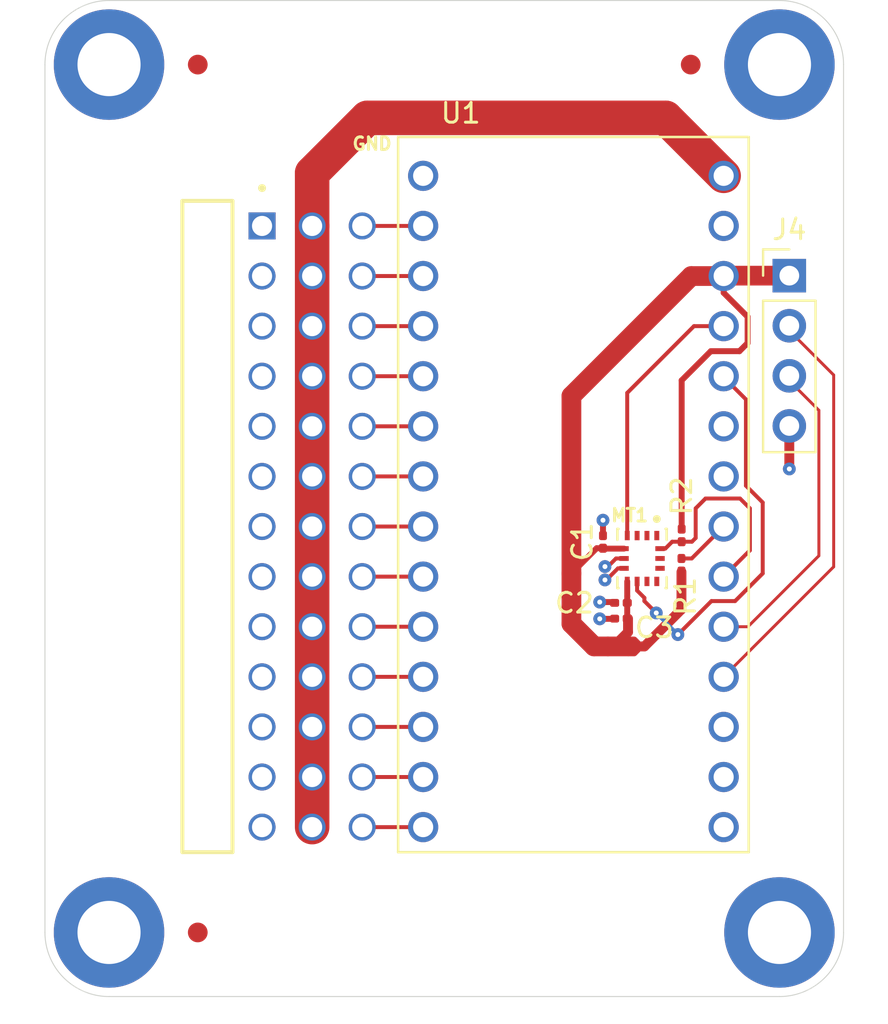
<source format=kicad_pcb>
(kicad_pcb (version 20240108) (generator "pcbnew") (generator_version "8.0")
  (layers (0 "F.Cu" signal) (31 "B.Cu" signal) (34 "B.Paste" user) (35 "F.Paste" user) (36 "B.SilkS" user "B.Silkscreen") (37 "F.SilkS" user "F.Silkscreen") (38 "B.Mask" user) (39 "F.Mask" user) (44 "Edge.Cuts" user))
  (net 0 "")
  (net 1 "+3V3")
  (net 2 "Earth")
  (net 3 "/UART RX{slash}I2C SCL")
  (net 4 "/UART TX{slash}I2C SDA")
  (net 5 "/IMU_SCL")
  (net 6 "/IMU_SDA")
  (net 7 "Net-(J1-Pad24)")
  (net 8 "/+5V")
  (net 9 "Net-(J1-Pad33)")
  (net 10 "Net-(J1-Pad12)")
  (net 11 "Net-(J1-Pad36)")
  (net 12 "Net-(J1-Pad18)")
  (net 13 "Net-(J1-Pad03)")
  (net 14 "Net-(J1-Pad15)")
  (net 15 "Net-(J1-Pad01)")
  (net 16 "Net-(J1-Pad09)")
  (net 17 "Net-(J1-Pad30)")
  (net 18 "INT2")
  (net 21 "Net-(J1-Pad39)")
  (net 22 "Net-(J1-Pad27)")
  (net 23 "Net-(J1-Pad06)")
  (net 24 "Net-(J1-Pad21)")
  (net 26 "INT1")
  (footprint "MountingHole:MountingHole_3.2mm_M3_DIN965_Pad" (layer "F.Cu") (at 159 103)
    (property "Reference" "H2" (hide yes))
    (property "Value" "Mounting Hole")
    (pad "1" thru_hole circle (at 0 0) (size 5.6 5.6) (drill 3.2) (layers "*.Cu" "*.Mask") (net 2 "Earth"))
  )
  (footprint "Fiducial:Fiducial_1mm_Mask2mm" (layer "F.Cu") (at 129.5 103)
    (property "Reference" "FID3" (hide yes))
    (property "Value" "Fiducial")
    (pad "" smd circle (at 0 0) (size 1 1) (layers "F.Cu" "F.Mask") (clearance 0.5))
  )
  (footprint "Teensy 4.0:MODULE_DEV-15583" (layer "F.Cu") (at 148.55 125.15)
    (property "Reference" "U1" (at -5.715 -19.685 0) (layer "F.SilkS"))
    (property "Value" "DEV-15583")
    (fp_line (start -8.89 -18.48) (end 8.89 -18.48) (stroke (width 0.127)) (layer "F.SilkS"))
    (fp_line (start -8.89 17.78) (end -8.89 -18.48) (stroke (width 0.127)) (layer "F.SilkS"))
    (fp_line (start 8.89 -18.48) (end 8.89 17.78) (stroke (width 0.127)) (layer "F.SilkS"))
    (fp_line (start 8.89 17.78) (end -8.89 17.78) (stroke (width 0.127)) (layer "F.SilkS"))
    (fp_text user "GND" (at -10.2108 -18.1356 0) (layer "F.SilkS") (effects (font (size 0.64 0.64))))
    (pad "0" thru_hole circle (at -7.62 -13.97) (size 1.53 1.53) (drill 1.02) (layers "*.Cu" "*.Mask") (net 13 "Net-(J1-Pad03)"))
    (pad "1" thru_hole circle (at -7.62 -11.43) (size 1.53 1.53) (drill 1.02) (layers "*.Cu" "*.Mask") (net 23 "Net-(J1-Pad06)"))
    (pad "2" thru_hole circle (at -7.62 -8.89) (size 1.53 1.53) (drill 1.02) (layers "*.Cu" "*.Mask") (net 16 "Net-(J1-Pad09)"))
    (pad "3" thru_hole circle (at -7.62 -6.35) (size 1.53 1.53) (drill 1.02) (layers "*.Cu" "*.Mask") (net 10 "Net-(J1-Pad12)"))
    (pad "3v3" thru_hole circle (at 7.62 -11.43) (size 1.53 1.53) (drill 1.02) (layers "*.Cu" "*.Mask") (net 1 "+3V3"))
    (pad "4" thru_hole circle (at -7.62 -3.81) (size 1.53 1.53) (drill 1.02) (layers "*.Cu" "*.Mask") (net 14 "Net-(J1-Pad15)"))
    (pad "5" thru_hole circle (at -7.62 -1.27) (size 1.53 1.53) (drill 1.02) (layers "*.Cu" "*.Mask") (net 12 "Net-(J1-Pad18)"))
    (pad "6" thru_hole circle (at -7.62 1.27) (size 1.53 1.53) (drill 1.02) (layers "*.Cu" "*.Mask") (net 24 "Net-(J1-Pad21)"))
    (pad "7" thru_hole circle (at -7.62 3.81) (size 1.53 1.53) (drill 1.02) (layers "*.Cu" "*.Mask") (net 7 "Net-(J1-Pad24)"))
    (pad "8" thru_hole circle (at -7.62 6.35) (size 1.53 1.53) (drill 1.02) (layers "*.Cu" "*.Mask") (net 22 "Net-(J1-Pad27)"))
    (pad "9" thru_hole circle (at -7.62 8.89) (size 1.53 1.53) (drill 1.02) (layers "*.Cu" "*.Mask") (net 17 "Net-(J1-Pad30)"))
    (pad "10" thru_hole circle (at -7.62 11.43) (size 1.53 1.53) (drill 1.02) (layers "*.Cu" "*.Mask") (net 9 "Net-(J1-Pad33)"))
    (pad "11" thru_hole circle (at -7.62 13.97) (size 1.53 1.53) (drill 1.02) (layers "*.Cu" "*.Mask") (net 11 "Net-(J1-Pad36)"))
    (pad "12" thru_hole circle (at -7.62 16.51) (size 1.53 1.53) (drill 1.02) (layers "*.Cu" "*.Mask") (net 21 "Net-(J1-Pad39)"))
    (pad "13" thru_hole circle (at 7.62 16.51) (size 1.53 1.53) (drill 1.02) (layers "*.Cu" "*.Mask"))
    (pad "14" thru_hole circle (at 7.62 13.97) (size 1.53 1.53) (drill 1.02) (layers "*.Cu" "*.Mask"))
    (pad "15" thru_hole circle (at 7.62 11.43) (size 1.53 1.53) (drill 1.02) (layers "*.Cu" "*.Mask"))
    (pad "16" thru_hole circle (at 7.62 8.89) (size 1.53 1.53) (drill 1.02) (layers "*.Cu" "*.Mask") (net 3 "/UART RX{slash}I2C SCL"))
    (pad "17" thru_hole circle (at 7.62 6.35) (size 1.53 1.53) (drill 1.02) (layers "*.Cu" "*.Mask") (net 4 "/UART TX{slash}I2C SDA"))
    (pad "18" thru_hole circle (at 7.62 3.81) (size 1.53 1.53) (drill 1.02) (layers "*.Cu" "*.Mask") (net 6 "/IMU_SDA"))
    (pad "19" thru_hole circle (at 7.62 1.27) (size 1.53 1.53) (drill 1.02) (layers "*.Cu" "*.Mask") (net 5 "/IMU_SCL"))
    (pad "20" thru_hole circle (at 7.62 -1.27) (size 1.53 1.53) (drill 1.02) (layers "*.Cu" "*.Mask"))
    (pad "21" thru_hole circle (at 7.62 -3.81) (size 1.53 1.53) (drill 1.02) (layers "*.Cu" "*.Mask"))
    (pad "22" thru_hole circle (at 7.62 -6.35) (size 1.53 1.53) (drill 1.02) (layers "*.Cu" "*.Mask") (net 18 "INT2"))
    (pad "23" thru_hole circle (at 7.62 -8.89) (size 1.53 1.53) (drill 1.02) (layers "*.Cu" "*.Mask") (net 26 "INT1"))
    (pad "G1" thru_hole circle (at -7.62 -16.51) (size 1.53 1.53) (drill 1.02) (layers "*.Cu" "*.Mask") (net 15 "Net-(J1-Pad01)"))
    (pad "G3" thru_hole circle (at 7.62 -13.97) (size 1.53 1.53) (drill 1.02) (layers "*.Cu" "*.Mask") (net 2 "Earth"))
    (pad "VIN" thru_hole circle (at 7.62 -16.51) (size 1.53 1.53) (drill 1.02) (layers "*.Cu" "*.Mask") (net 8 "/+5V"))
  )
  (footprint "Capacitor_SMD:C_0201_0603Metric" (layer "F.Cu") (at 150.96 131.09 180)
    (property "Reference" "C3" (at -1.69 -0.46 180) (layer "F.SilkS"))
    (property "Value" "2u2")
    (pad "1" smd roundrect (at -0.32 0 180) (size 0.46 0.4) (layers "F.Cu" "F.Mask") (net 1 "+3V3"))
    (pad "2" smd roundrect (at 0.32 0 180) (size 0.46 0.4) (layers "F.Cu" "F.Mask") (net 2 "Earth"))
  )
  (footprint "Fiducial:Fiducial_1mm_Mask2mm" (layer "F.Cu") (at 154.5 103)
    (property "Reference" "FID2" (hide yes))
    (property "Value" "Fiducial")
    (pad "" smd circle (at 0 0) (size 1 1) (layers "F.Cu" "F.Mask") (clearance 0.5))
  )
  (footprint "MountingHole:MountingHole_3.2mm_M3_DIN965_Pad" (layer "F.Cu") (at 159 147)
    (property "Reference" "H3" (hide yes))
    (property "Value" "Mounting Hole")
    (pad "1" thru_hole circle (at 0 0) (size 5.6 5.6) (drill 3.2) (layers "*.Cu" "*.Mask") (net 2 "Earth"))
  )
  (footprint "Fiducial:Fiducial_1mm_Mask2mm" (layer "F.Cu") (at 129.5 147)
    (property "Reference" "FID1" (hide yes))
    (property "Value" "Fiducial")
    (pad "" smd circle (at 0 0) (size 1 1) (layers "F.Cu" "F.Mask") (clearance 0.5))
  )
  (footprint "SAMTEC_TSW-113-08-T-T-RA:SAMTEC_TSW-113-08-T-T-RA" (layer "F.Cu") (at 129.99 126.42 -90)
    (property "Reference" "J1" (hide yes))
    (property "Value" "TSW-113-08-T-T-RA")
    (fp_line (start -16.51 1.27) (end -16.51 -1.27) (stroke (width 0.2)) (layer "F.SilkS"))
    (fp_line (start 16.51 1.27) (end -16.51 1.27) (stroke (width 0.2)) (layer "F.SilkS"))
    (fp_line (start 16.51 -1.27) (end 16.51 1.27) (stroke (width 0.2)) (layer "F.SilkS"))
    (fp_line (start 16.51 -1.27) (end -16.51 -1.27) (stroke (width 0.2)) (layer "F.SilkS"))
    (fp_circle (center -17.16 -2.77) (end -17.06 -2.77) (stroke (width 0.2)) (fill none) (layer "F.SilkS"))
    (pad "01" thru_hole rect (at -15.24 -2.77 270) (size 1.37 1.37) (drill 1.02) (layers "*.Cu" "*.Mask") (net 15 "Net-(J1-Pad01)"))
    (pad "02" thru_hole circle (at -15.24 -5.31 270) (size 1.37 1.37) (drill 1.02) (layers "*.Cu" "*.Mask") (net 8 "/+5V"))
    (pad "03" thru_hole circle (at -15.24 -7.85 270) (size 1.37 1.37) (drill 1.02) (layers "*.Cu" "*.Mask") (net 13 "Net-(J1-Pad03)"))
    (pad "04" thru_hole circle (at -12.7 -2.77 270) (size 1.37 1.37) (drill 1.02) (layers "*.Cu" "*.Mask") (net 15 "Net-(J1-Pad01)"))
    (pad "05" thru_hole circle (at -12.7 -5.31 270) (size 1.37 1.37) (drill 1.02) (layers "*.Cu" "*.Mask") (net 8 "/+5V"))
    (pad "06" thru_hole circle (at -12.7 -7.85 270) (size 1.37 1.37) (drill 1.02) (layers "*.Cu" "*.Mask") (net 23 "Net-(J1-Pad06)"))
    (pad "07" thru_hole circle (at -10.16 -2.77 270) (size 1.37 1.37) (drill 1.02) (layers "*.Cu" "*.Mask") (net 15 "Net-(J1-Pad01)"))
    (pad "08" thru_hole circle (at -10.16 -5.31 270) (size 1.37 1.37) (drill 1.02) (layers "*.Cu" "*.Mask") (net 8 "/+5V"))
    (pad "09" thru_hole circle (at -10.16 -7.85 270) (size 1.37 1.37) (drill 1.02) (layers "*.Cu" "*.Mask") (net 16 "Net-(J1-Pad09)"))
    (pad "10" thru_hole circle (at -7.62 -2.77 270) (size 1.37 1.37) (drill 1.02) (layers "*.Cu" "*.Mask") (net 15 "Net-(J1-Pad01)"))
    (pad "11" thru_hole circle (at -7.62 -5.31 270) (size 1.37 1.37) (drill 1.02) (layers "*.Cu" "*.Mask") (net 8 "/+5V"))
    (pad "12" thru_hole circle (at -7.62 -7.85 270) (size 1.37 1.37) (drill 1.02) (layers "*.Cu" "*.Mask") (net 10 "Net-(J1-Pad12)"))
    (pad "13" thru_hole circle (at -5.08 -2.77 270) (size 1.37 1.37) (drill 1.02) (layers "*.Cu" "*.Mask") (net 15 "Net-(J1-Pad01)"))
    (pad "14" thru_hole circle (at -5.08 -5.31 270) (size 1.37 1.37) (drill 1.02) (layers "*.Cu" "*.Mask") (net 8 "/+5V"))
    (pad "15" thru_hole circle (at -5.08 -7.85 270) (size 1.37 1.37) (drill 1.02) (layers "*.Cu" "*.Mask") (net 14 "Net-(J1-Pad15)"))
    (pad "16" thru_hole circle (at -2.54 -2.77 270) (size 1.37 1.37) (drill 1.02) (layers "*.Cu" "*.Mask") (net 15 "Net-(J1-Pad01)"))
    (pad "17" thru_hole circle (at -2.54 -5.31 270) (size 1.37 1.37) (drill 1.02) (layers "*.Cu" "*.Mask") (net 8 "/+5V"))
    (pad "18" thru_hole circle (at -2.54 -7.85 270) (size 1.37 1.37) (drill 1.02) (layers "*.Cu" "*.Mask") (net 12 "Net-(J1-Pad18)"))
    (pad "19" thru_hole circle (at 0 -2.77 270) (size 1.37 1.37) (drill 1.02) (layers "*.Cu" "*.Mask") (net 15 "Net-(J1-Pad01)"))
    (pad "20" thru_hole circle (at 0 -5.31 270) (size 1.37 1.37) (drill 1.02) (layers "*.Cu" "*.Mask") (net 8 "/+5V"))
    (pad "21" thru_hole circle (at 0 -7.85 270) (size 1.37 1.37) (drill 1.02) (layers "*.Cu" "*.Mask") (net 24 "Net-(J1-Pad21)"))
    (pad "22" thru_hole circle (at 2.54 -2.77 270) (size 1.37 1.37) (drill 1.02) (layers "*.Cu" "*.Mask") (net 15 "Net-(J1-Pad01)"))
    (pad "23" thru_hole circle (at 2.54 -5.31 270) (size 1.37 1.37) (drill 1.02) (layers "*.Cu" "*.Mask") (net 8 "/+5V"))
    (pad "24" thru_hole circle (at 2.54 -7.85 270) (size 1.37 1.37) (drill 1.02) (layers "*.Cu" "*.Mask") (net 7 "Net-(J1-Pad24)"))
    (pad "25" thru_hole circle (at 5.08 -2.77 270) (size 1.37 1.37) (drill 1.02) (layers "*.Cu" "*.Mask") (net 15 "Net-(J1-Pad01)"))
    (pad "26" thru_hole circle (at 5.08 -5.31 270) (size 1.37 1.37) (drill 1.02) (layers "*.Cu" "*.Mask") (net 8 "/+5V"))
    (pad "27" thru_hole circle (at 5.08 -7.85 270) (size 1.37 1.37) (drill 1.02) (layers "*.Cu" "*.Mask") (net 22 "Net-(J1-Pad27)"))
    (pad "28" thru_hole circle (at 7.62 -2.77 270) (size 1.37 1.37) (drill 1.02) (layers "*.Cu" "*.Mask") (net 15 "Net-(J1-Pad01)"))
    (pad "29" thru_hole circle (at 7.62 -5.31 270) (size 1.37 1.37) (drill 1.02) (layers "*.Cu" "*.Mask") (net 8 "/+5V"))
    (pad "30" thru_hole circle (at 7.62 -7.85 270) (size 1.37 1.37) (drill 1.02) (layers "*.Cu" "*.Mask") (net 17 "Net-(J1-Pad30)"))
    (pad "31" thru_hole circle (at 10.16 -2.77 270) (size 1.37 1.37) (drill 1.02) (layers "*.Cu" "*.Mask") (net 15 "Net-(J1-Pad01)"))
    (pad "32" thru_hole circle (at 10.16 -5.31 270) (size 1.37 1.37) (drill 1.02) (layers "*.Cu" "*.Mask") (net 8 "/+5V"))
    (pad "33" thru_hole circle (at 10.16 -7.85 270) (size 1.37 1.37) (drill 1.02) (layers "*.Cu" "*.Mask") (net 9 "Net-(J1-Pad33)"))
    (pad "34" thru_hole circle (at 12.7 -2.77 270) (size 1.37 1.37) (drill 1.02) (layers "*.Cu" "*.Mask") (net 15 "Net-(J1-Pad01)"))
    (pad "35" thru_hole circle (at 12.7 -5.31 270) (size 1.37 1.37) (drill 1.02) (layers "*.Cu" "*.Mask") (net 8 "/+5V"))
    (pad "36" thru_hole circle (at 12.7 -7.85 270) (size 1.37 1.37) (drill 1.02) (layers "*.Cu" "*.Mask") (net 11 "Net-(J1-Pad36)"))
    (pad "37" thru_hole circle (at 15.24 -2.77 270) (size 1.37 1.37) (drill 1.02) (layers "*.Cu" "*.Mask") (net 15 "Net-(J1-Pad01)"))
    (pad "38" thru_hole circle (at 15.24 -5.31 270) (size 1.37 1.37) (drill 1.02) (layers "*.Cu" "*.Mask") (net 8 "/+5V"))
    (pad "39" thru_hole circle (at 15.24 -7.85 270) (size 1.37 1.37) (drill 1.02) (layers "*.Cu" "*.Mask") (net 21 "Net-(J1-Pad39)"))
  )
  (footprint "Connector_PinHeader_2.54mm:PinHeader_1x04_P2.54mm_Vertical" (layer "F.Cu") (at 159.5 113.7)
    (property "Reference" "J4" (at 0 -2.33 0) (layer "F.SilkS"))
    (property "Value" "Conn_01x04")
    (fp_line (start -1.33 -1.33) (end 0 -1.33) (stroke (width 0.12)) (layer "F.SilkS"))
    (fp_line (start -1.33 0) (end -1.33 -1.33) (stroke (width 0.12)) (layer "F.SilkS"))
    (fp_line (start -1.33 1.27) (end -1.33 8.95) (stroke (width 0.12)) (layer "F.SilkS"))
    (fp_line (start -1.33 1.27) (end 1.33 1.27) (stroke (width 0.12)) (layer "F.SilkS"))
    (fp_line (start -1.33 8.95) (end 1.33 8.95) (stroke (width 0.12)) (layer "F.SilkS"))
    (fp_line (start 1.33 1.27) (end 1.33 8.95) (stroke (width 0.12)) (layer "F.SilkS"))
    (pad "1" thru_hole rect (at 0 0) (size 1.7 1.7) (drill 1) (layers "*.Cu" "*.Mask") (net 1 "+3V3"))
    (pad "2" thru_hole oval (at 0 2.54) (size 1.7 1.7) (drill 1) (layers "*.Cu" "*.Mask") (net 3 "/UART RX{slash}I2C SCL"))
    (pad "3" thru_hole oval (at 0 5.08) (size 1.7 1.7) (drill 1) (layers "*.Cu" "*.Mask") (net 4 "/UART TX{slash}I2C SDA"))
    (pad "4" thru_hole oval (at 0 7.62) (size 1.7 1.7) (drill 1) (layers "*.Cu" "*.Mask") (net 2 "Earth"))
  )
  (footprint "Resistor_SMD:R_0201_0603Metric" (layer "F.Cu") (at 154.04 126.87 -90)
    (property "Reference" "R2" (at -2 0 90) (layer "F.SilkS"))
    (property "Value" "10k")
    (pad "1" smd roundrect (at -0.32 0 270) (size 0.46 0.4) (layers "F.Cu" "F.Mask") (net 1 "+3V3"))
    (pad "2" smd roundrect (at 0.32 0 270) (size 0.46 0.4) (layers "F.Cu" "F.Mask") (net 6 "/IMU_SDA"))
  )
  (footprint "ICM_42670_P:XDCR_ICM-42670-P" (layer "F.Cu") (at 152.03 128.04 -90)
    (property "Reference" "MT1" (at -2.19 0.63 180) (layer "F.SilkS") (effects (font (size 0.64 0.64))))
    (property "Value" "ICM-42670-P")
    (fp_line (start -1.5 1.25) (end -1.5 1.195) (stroke (width 0.127)) (layer "F.SilkS"))
    (fp_line (start -0.945 1.25) (end -1.5 1.25) (stroke (width 0.127)) (layer "F.SilkS"))
    (fp_line (start 1.5 1.25) (end 0.945 1.25) (stroke (width 0.127)) (layer "F.SilkS"))
    (fp_line (start 1.5 1.25) (end 1.5 1.195) (stroke (width 0.127)) (layer "F.SilkS"))
    (fp_line (start -1.5 -1.195) (end -1.5 -1.25) (stroke (width 0.127)) (layer "F.SilkS"))
    (fp_line (start -1.5 -1.25) (end -0.945 -1.25) (stroke (width 0.127)) (layer "F.SilkS"))
    (fp_line (start 0.945 -1.25) (end 1.5 -1.25) (stroke (width 0.127)) (layer "F.SilkS"))
    (fp_line (start 1.5 -1.25) (end 1.5 -1.195) (stroke (width 0.127)) (layer "F.SilkS"))
    (fp_circle (center -2 -0.75) (end -1.9 -0.75) (stroke (width 0.2)) (fill none) (layer "F.SilkS"))
    (pad "1" smd rect (at -1.1625 -0.75 270) (size 0.475 0.25) (layers "F.Cu"))
    (pad "2" smd rect (at -1.1625 -0.25 270) (size 0.475 0.25) (layers "F.Cu"))
    (pad "3" smd rect (at -1.1625 0.25 270) (size 0.475 0.25) (layers "F.Cu"))
    (pad "4" smd rect (at -1.1625 0.75 270) (size 0.475 0.25) (layers "F.Cu") (net 26 "INT1"))
    (pad "5" smd rect (at -0.5 0.9125 270) (size 0.25 0.475) (layers "F.Cu") (net 1 "+3V3"))
    (pad "6" smd rect (at 0 0.9125 270) (size 0.25 0.475) (layers "F.Cu") (net 2 "Earth"))
    (pad "7" smd rect (at 0.5 0.9125 270) (size 0.25 0.475) (layers "F.Cu") (net 2 "Earth"))
    (pad "8" smd rect (at 1.1625 0.75 270) (size 0.475 0.25) (layers "F.Cu") (net 1 "+3V3"))
    (pad "9" smd rect (at 1.1625 0.25 270) (size 0.475 0.25) (layers "F.Cu") (net 18 "INT2"))
    (pad "10" smd rect (at 1.1625 -0.25 270) (size 0.475 0.25) (layers "F.Cu"))
    (pad "11" smd rect (at 1.1625 -0.75 270) (size 0.475 0.25) (layers "F.Cu"))
    (pad "12" smd rect (at 0.5 -0.9125 270) (size 0.25 0.475) (layers "F.Cu") (net 1 "+3V3"))
    (pad "13" smd rect (at 0 -0.9125 270) (size 0.25 0.475) (layers "F.Cu") (net 5 "/IMU_SCL"))
    (pad "14" smd rect (at -0.5 -0.9125 270) (size 0.25 0.475) (layers "F.Cu") (net 6 "/IMU_SDA"))
    (zone (net 0) (net_name "") (layer "F.Cu") (connect_pads (clearance 0)) (min_thickness 0.01)
      (keepout (tracks not_allowed) (vias not_allowed) (pads not_allowed) (copperpour not_allowed) (footprints allowed))
      (fill (thermal_gap 0.508) (thermal_bridge_width 0.508))
      (polygon (pts (xy 152.705 127.115) (xy 152.705 128.965) (xy 151.355 128.965) (xy 151.355 127.115)))
    )
  )
  (footprint "Resistor_SMD:R_0201_0603Metric" (layer "F.Cu") (at 154.03 128.36 90)
    (property "Reference" "R1" (at -1.6 0.2 -90) (layer "F.SilkS"))
    (property "Value" "10k")
    (pad "1" smd roundrect (at -0.32 0 90) (size 0.46 0.4) (layers "F.Cu" "F.Mask") (net 1 "+3V3"))
    (pad "2" smd roundrect (at 0.32 0 90) (size 0.46 0.4) (layers "F.Cu" "F.Mask") (net 5 "/IMU_SCL"))
  )
  (footprint "Capacitor_SMD:C_0201_0603Metric" (layer "F.Cu") (at 150.05 127.2 90)
    (property "Reference" "C1" (at 0 -1.05 270) (layer "F.SilkS"))
    (property "Value" "10n")
    (pad "1" smd roundrect (at -0.32 0 90) (size 0.46 0.4) (layers "F.Cu" "F.Mask") (net 1 "+3V3"))
    (pad "2" smd roundrect (at 0.32 0 90) (size 0.46 0.4) (layers "F.Cu" "F.Mask") (net 2 "Earth"))
  )
  (footprint "MountingHole:MountingHole_3.2mm_M3_DIN965_Pad" (layer "F.Cu") (at 125 103)
    (property "Reference" "H4" (hide yes))
    (property "Value" "Mounting Hole")
    (pad "1" thru_hole circle (at 0 0) (size 5.6 5.6) (drill 3.2) (layers "*.Cu" "*.Mask") (net 2 "Earth"))
  )
  (footprint "Capacitor_SMD:C_0201_0603Metric" (layer "F.Cu") (at 150.96 130.29 180)
    (property "Reference" "C2" (at 2.36 -0.01 180) (layer "F.SilkS"))
    (property "Value" "0u1")
    (pad "1" smd roundrect (at -0.32 0 180) (size 0.46 0.4) (layers "F.Cu" "F.Mask") (net 1 "+3V3"))
    (pad "2" smd roundrect (at 0.32 0 180) (size 0.46 0.4) (layers "F.Cu" "F.Mask") (net 2 "Earth"))
  )
  (footprint "MountingHole:MountingHole_3.2mm_M3_DIN965_Pad" (layer "F.Cu") (at 125 147)
    (property "Reference" "H1" (hide yes))
    (property "Value" "Mounting Hole")
    (pad "1" thru_hole circle (at 0 0) (size 5.6 5.6) (drill 3.2) (layers "*.Cu" "*.Mask") (net 2 "Earth"))
  )
  (gr_line (start 162.25 103) (end 162.25 147) (stroke (width 0.05)) (layer "Edge.Cuts"))
  (gr_arc (start 159 99.75) (mid 161.298097 100.701903) (end 162.25 103) (stroke (width 0.05)) (layer "Edge.Cuts"))
  (gr_line (start 125 99.75) (end 159 99.75) (stroke (width 0.05)) (layer "Edge.Cuts"))
  (gr_line (start 121.75 147) (end 121.75 103) (stroke (width 0.05)) (layer "Edge.Cuts"))
  (gr_arc (start 121.75 103) (mid 122.701903 100.701903) (end 125 99.75) (stroke (width 0.05)) (layer "Edge.Cuts"))
  (gr_line (start 159 150.25) (end 125 150.25) (stroke (width 0.05)) (layer "Edge.Cuts"))
  (gr_arc (start 162.25 147) (mid 161.298097 149.298097) (end 159 150.25) (stroke (width 0.05)) (layer "Edge.Cuts"))
  (gr_arc (start 125 150.25) (mid 122.701903 149.298097) (end 121.75 147) (stroke (width 0.05)) (layer "Edge.Cuts"))
  (segment (start 150.05 127.52) (end 149.73 127.52) (width 0.3) (layer "F.Cu") (net 1))
  (segment (start 150.07 127.54) (end 150.05 127.52) (width 0.3) (layer "F.Cu") (net 1))
  (segment (start 151.1175 127.54) (end 150.07 127.54) (width 0.3) (layer "F.Cu") (net 1))
  (segment (start 150.594142 132.5) (end 151.32 131.774142) (width 0.5) (layer "F.Cu") (net 1))
  (segment (start 154.53 113.72) (end 148.45 119.8) (width 1) (layer "F.Cu") (net 1))
  (segment (start 156.17 113.72) (end 156.17 114.57) (width 0.3) (layer "F.Cu") (net 1))
  (segment (start 150.3 132.5) (end 150.594142 132.5) (width 0.5) (layer "F.Cu") (net 1))
  (segment (start 154.03 130.62) (end 154.03 128.72) (width 0.5) (layer "F.Cu") (net 1))
  (segment (start 156.17 114.57) (end 157.385 115.785) (width 0.3) (layer "F.Cu") (net 1))
  (segment (start 155.52 117.53) (end 154.04 119.01) (width 0.3) (layer "F.Cu") (net 1))
  (segment (start 159.23 113.72) (end 159.25 113.7) (width 1) (layer "F.Cu") (net 1))
  (segment (start 156.19 113.7) (end 156.17 113.72) (width 1) (layer "F.Cu") (net 1))
  (segment (start 149.6 132.5) (end 150.3 132.5) (width 1) (layer "F.Cu") (net 1))
  (segment (start 149.73 127.52) (end 148.45 128.8) (width 0.3) (layer "F.Cu") (net 1))
  (segment (start 157.385 117.116823) (end 156.971823 117.53) (width 0.3) (layer "F.Cu") (net 1))
  (segment (start 159.25 113.7) (end 156.19 113.7) (width 1) (layer "F.Cu") (net 1))
  (segment (start 151.32 131.774142) (end 151.32 131.09) (width 0.5) (layer "F.Cu") (net 1))
  (segment (start 152.15 132.5) (end 154.03 130.62) (width 0.5) (layer "F.Cu") (net 1))
  (segment (start 156.17 113.72) (end 154.53 113.72) (width 1) (layer "F.Cu") (net 1))
  (segment (start 156.971823 117.53) (end 155.52 117.53) (width 0.3) (layer "F.Cu") (net 1))
  (segment (start 151.28 129.2025) (end 151.28 129.95) (width 0.3) (layer "F.Cu") (net 1))
  (segment (start 148.45 131.35) (end 149.6 132.5) (width 1) (layer "F.Cu") (net 1))
  (segment (start 148.45 128.8) (end 148.45 131.35) (width 1) (layer "F.Cu") (net 1))
  (segment (start 157.385 115.785) (end 157.385 117.116823) (width 0.3) (layer "F.Cu") (net 1))
  (segment (start 150.3 132.5) (end 151.3 132.5) (width 1) (layer "F.Cu") (net 1))
  (segment (start 148.45 119.8) (end 148.45 128.8) (width 1) (layer "F.Cu") (net 1))
  (segment (start 154.04 119.01) (end 154.04 126.55) (width 0.3) (layer "F.Cu") (net 1))
  (segment (start 151.28 129.95) (end 151.28 130.29) (width 0.3) (layer "F.Cu") (net 1))
  (segment (start 151.3 132.5) (end 152.15 132.5) (width 0.5) (layer "F.Cu") (net 1))
  (segment (start 151.28 130.29) (end 151.28 131.09) (width 0.3) (layer "F.Cu") (net 1))
  (segment (start 150.221967 129.128033) (end 150.81 128.54) (width 0.2) (layer "F.Cu") (net 2))
  (segment (start 150.15 128.45) (end 150.3 128.45) (width 0.2) (layer "F.Cu") (net 2))
  (segment (start 150.6 130.25) (end 150.64 130.29) (width 0.3) (layer "F.Cu") (net 2))
  (segment (start 150.05 126.88) (end 150.05 126.1) (width 0.3) (layer "F.Cu") (net 2))
  (segment (start 159.5 123.5) (end 159.5 121.32) (width 0.5) (layer "F.Cu") (net 2))
  (segment (start 150.81 128.54) (end 151.1175 128.54) (width 0.2) (layer "F.Cu") (net 2))
  (segment (start 150.63 131.1) (end 150.64 131.09) (width 0.3) (layer "F.Cu") (net 2))
  (segment (start 150.15 129.128033) (end 150.221967 129.128033) (width 0.2) (layer "F.Cu") (net 2))
  (segment (start 149.885001 131.1) (end 150.63 131.1) (width 0.3) (layer "F.Cu") (net 2))
  (segment (start 150.71 128.04) (end 151.1175 128.04) (width 0.2) (layer "F.Cu") (net 2))
  (segment (start 150.3 128.45) (end 150.71 128.04) (width 0.2) (layer "F.Cu") (net 2))
  (segment (start 149.885001 130.25) (end 150.6 130.25) (width 0.3) (layer "F.Cu") (net 2))
  (via (at 159.5 123.5) (size 0.65) (drill 0.25) (layers "F.Cu" "B.Cu") (net 2))
  (via (at 149.885001 130.25) (size 0.65) (drill 0.25) (layers "F.Cu" "B.Cu") (net 2))
  (via (at 150.15 128.45) (size 0.65) (drill 0.25) (layers "F.Cu" "B.Cu") (net 2))
  (via (at 149.885001 131.1) (size 0.65) (drill 0.25) (layers "F.Cu" "B.Cu") (net 2))
  (via (at 150.05 126.1) (size 0.65) (drill 0.25) (layers "F.Cu" "B.Cu") (net 2))
  (via (at 150.15 129.128033) (size 0.65) (drill 0.25) (layers "F.Cu" "B.Cu") (net 2))
  (segment (start 161.75 118.74) (end 159.25 116.24) (width 0.15) (layer "F.Cu") (net 3))
  (segment (start 156.17 134.04) (end 161.75 128.46) (width 0.15) (layer "F.Cu") (net 3))
  (segment (start 161.75 128.46) (end 161.75 118.74) (width 0.15) (layer "F.Cu") (net 3))
  (segment (start 157.4 131.5) (end 161 127.9) (width 0.15) (layer "F.Cu") (net 4))
  (segment (start 161 120.53) (end 159.25 118.78) (width 0.15) (layer "F.Cu") (net 4))
  (segment (start 161 127.9) (end 161 120.53) (width 0.15) (layer "F.Cu") (net 4))
  (segment (start 156.17 131.5) (end 157.4 131.5) (width 0.15) (layer "F.Cu") (net 4))
  (segment (start 154.03 128.04) (end 154.55 128.04) (width 0.2) (layer "F.Cu") (net 5))
  (segment (start 154.55 128.04) (end 156.17 126.42) (width 0.2) (layer "F.Cu") (net 5))
  (segment (start 153.21 127.54) (end 153.56 127.19) (width 0.2) (layer "F.Cu") (net 6))
  (segment (start 154.75 125.5) (end 155.25 125) (width 0.2) (layer "F.Cu") (net 6))
  (segment (start 155.25 125) (end 157 125) (width 0.2) (layer "F.Cu") (net 6))
  (segment (start 157.5 125.5) (end 157.5 127.63) (width 0.2) (layer "F.Cu") (net 6))
  (segment (start 154.75 127) (end 154.75 125.5) (width 0.2) (layer "F.Cu") (net 6))
  (segment (start 154.04 127.19) (end 154.56 127.19) (width 0.2) (layer "F.Cu") (net 6))
  (segment (start 154.56 127.19) (end 154.75 127) (width 0.2) (layer "F.Cu") (net 6))
  (segment (start 153.56 127.19) (end 154.04 127.19) (width 0.2) (layer "F.Cu") (net 6))
  (segment (start 152.9425 127.54) (end 153.21 127.54) (width 0.2) (layer "F.Cu") (net 6))
  (segment (start 157 125) (end 157.5 125.5) (width 0.2) (layer "F.Cu") (net 6))
  (segment (start 157.5 127.63) (end 156.17 128.96) (width 0.2) (layer "F.Cu") (net 6))
  (segment (start 140.93 128.96) (end 137.84 128.96) (width 0.2) (layer "F.Cu") (net 7))
  (segment (start 135.3 111.18) (end 135.3 141.66) (width 1.75) (layer "F.Cu") (net 8))
  (segment (start 153.23 105.7) (end 138.1 105.7) (width 1.75) (layer "F.Cu") (net 8))
  (segment (start 156.17 108.64) (end 153.23 105.7) (width 1.75) (layer "F.Cu") (net 8))
  (segment (start 135.3 108.5) (end 135.3 111.18) (width 1.75) (layer "F.Cu") (net 8))
  (segment (start 138.1 105.7) (end 135.3 108.5) (width 1.75) (layer "F.Cu") (net 8))
  (segment (start 140.93 136.58) (end 137.84 136.58) (width 0.2) (layer "F.Cu") (net 9))
  (segment (start 140.93 118.8) (end 137.84 118.8) (width 0.2) (layer "F.Cu") (net 10))
  (segment (start 140.93 139.12) (end 137.84 139.12) (width 0.2) (layer "F.Cu") (net 11))
  (segment (start 140.93 123.88) (end 137.84 123.88) (width 0.2) (layer "F.Cu") (net 12))
  (segment (start 140.93 111.18) (end 137.84 111.18) (width 0.2) (layer "F.Cu") (net 13))
  (segment (start 140.93 121.34) (end 137.84 121.34) (width 0.2) (layer "F.Cu") (net 14))
  (segment (start 140.93 116.26) (end 137.84 116.26) (width 0.2) (layer "F.Cu") (net 16))
  (segment (start 140.93 134.04) (end 137.84 134.04) (width 0.2) (layer "F.Cu") (net 17))
  (segment (start 157.3 124.35) (end 158.15 125.2) (width 0.2) (layer "F.Cu") (net 18))
  (segment (start 156.17 118.8) (end 156.17 118.845) (width 0.2) (layer "F.Cu") (net 18))
  (segment (start 157.3 119.975) (end 157.3 124.35) (width 0.2) (layer "F.Cu") (net 18))
  (segment (start 156.75 130.2) (end 155.55 130.2) (width 0.2) (layer "F.Cu") (net 18))
  (segment (start 158.15 128.8) (end 156.75 130.2) (width 0.2) (layer "F.Cu") (net 18))
  (segment (start 152.15 130.2) (end 152.15 130.035) (width 0.2) (layer "F.Cu") (net 18))
  (segment (start 155.55 130.2) (end 153.851992 131.898008) (width 0.2) (layer "F.Cu") (net 18))
  (segment (start 152.15 130.035) (end 151.78 129.665) (width 0.2) (layer "F.Cu") (net 18))
  (segment (start 156.17 118.845) (end 157.3 119.975) (width 0.2) (layer "F.Cu") (net 18))
  (segment (start 152.751992 130.801992) (end 152.15 130.2) (width 0.2) (layer "F.Cu") (net 18))
  (segment (start 158.15 125.2) (end 158.15 128.8) (width 0.2) (layer "F.Cu") (net 18))
  (segment (start 153.851992 131.898008) (end 153.848008 131.898008) (width 0.2) (layer "F.Cu") (net 18))
  (segment (start 151.78 129.665) (end 151.78 129.2025) (width 0.2) (layer "F.Cu") (net 18))
  (via (at 152.751992 130.801992) (size 0.65) (drill 0.25) (layers "F.Cu" "B.Cu") (net 18))
  (via (at 153.848008 131.898008) (size 0.65) (drill 0.25) (layers "F.Cu" "B.Cu") (net 18))
  (segment (start 153.848008 131.898008) (end 152.751992 130.801992) (width 0.2) (layer "B.Cu") (net 18))
  (segment (start 140.93 141.66) (end 137.84 141.66) (width 0.2) (layer "F.Cu") (net 21))
  (segment (start 140.93 131.5) (end 137.84 131.5) (width 0.2) (layer "F.Cu") (net 22))
  (segment (start 140.93 113.72) (end 137.84 113.72) (width 0.2) (layer "F.Cu") (net 23))
  (segment (start 140.93 126.42) (end 137.84 126.42) (width 0.2) (layer "F.Cu") (net 24))
  (segment (start 151.28 119.645) (end 154.665 116.26) (width 0.2) (layer "F.Cu") (net 26))
  (segment (start 151.28 126.8775) (end 151.28 119.645) (width 0.2) (layer "F.Cu") (net 26))
  (segment (start 154.665 116.26) (end 156.17 116.26) (width 0.2) (layer "F.Cu") (net 26))
  (zone (net 1) (net_name "+3V3") (layer "F.Cu") (connect_pads (clearance 0.5)) (min_thickness 0.25) (fill yes (thermal_gap 0.5) (thermal_bridge_width 0.5))
    (polygon (pts (xy 151.2 132) (xy 151.7 132) (xy 151.95 132.25) (xy 151.95 132.75) (xy 151.7 133) (xy 151.2 133)))
  )
)
</source>
